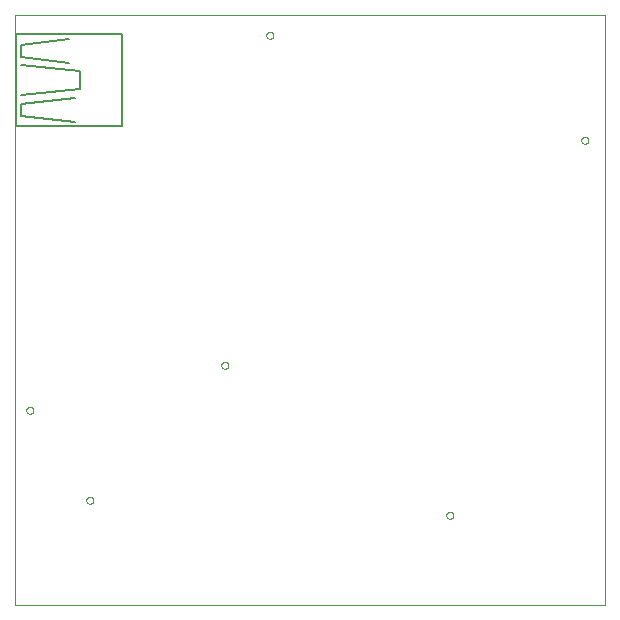
<source format=gbo>
G75*
%MOIN*%
%OFA0B0*%
%FSLAX25Y25*%
%IPPOS*%
%LPD*%
%AMOC8*
5,1,8,0,0,1.08239X$1,22.5*
%
%ADD10C,0.00000*%
%ADD11C,0.00500*%
D10*
X0009867Y0011800D02*
X0009867Y0208650D01*
X0206717Y0208650D01*
X0206717Y0011800D01*
X0009867Y0011800D01*
X0033686Y0046800D02*
X0033688Y0046869D01*
X0033694Y0046937D01*
X0033704Y0047005D01*
X0033718Y0047072D01*
X0033736Y0047139D01*
X0033757Y0047204D01*
X0033783Y0047268D01*
X0033812Y0047330D01*
X0033844Y0047390D01*
X0033880Y0047449D01*
X0033920Y0047505D01*
X0033962Y0047559D01*
X0034008Y0047610D01*
X0034057Y0047659D01*
X0034108Y0047705D01*
X0034162Y0047747D01*
X0034218Y0047787D01*
X0034276Y0047823D01*
X0034337Y0047855D01*
X0034399Y0047884D01*
X0034463Y0047910D01*
X0034528Y0047931D01*
X0034595Y0047949D01*
X0034662Y0047963D01*
X0034730Y0047973D01*
X0034798Y0047979D01*
X0034867Y0047981D01*
X0034936Y0047979D01*
X0035004Y0047973D01*
X0035072Y0047963D01*
X0035139Y0047949D01*
X0035206Y0047931D01*
X0035271Y0047910D01*
X0035335Y0047884D01*
X0035397Y0047855D01*
X0035457Y0047823D01*
X0035516Y0047787D01*
X0035572Y0047747D01*
X0035626Y0047705D01*
X0035677Y0047659D01*
X0035726Y0047610D01*
X0035772Y0047559D01*
X0035814Y0047505D01*
X0035854Y0047449D01*
X0035890Y0047390D01*
X0035922Y0047330D01*
X0035951Y0047268D01*
X0035977Y0047204D01*
X0035998Y0047139D01*
X0036016Y0047072D01*
X0036030Y0047005D01*
X0036040Y0046937D01*
X0036046Y0046869D01*
X0036048Y0046800D01*
X0036046Y0046731D01*
X0036040Y0046663D01*
X0036030Y0046595D01*
X0036016Y0046528D01*
X0035998Y0046461D01*
X0035977Y0046396D01*
X0035951Y0046332D01*
X0035922Y0046270D01*
X0035890Y0046209D01*
X0035854Y0046151D01*
X0035814Y0046095D01*
X0035772Y0046041D01*
X0035726Y0045990D01*
X0035677Y0045941D01*
X0035626Y0045895D01*
X0035572Y0045853D01*
X0035516Y0045813D01*
X0035458Y0045777D01*
X0035397Y0045745D01*
X0035335Y0045716D01*
X0035271Y0045690D01*
X0035206Y0045669D01*
X0035139Y0045651D01*
X0035072Y0045637D01*
X0035004Y0045627D01*
X0034936Y0045621D01*
X0034867Y0045619D01*
X0034798Y0045621D01*
X0034730Y0045627D01*
X0034662Y0045637D01*
X0034595Y0045651D01*
X0034528Y0045669D01*
X0034463Y0045690D01*
X0034399Y0045716D01*
X0034337Y0045745D01*
X0034276Y0045777D01*
X0034218Y0045813D01*
X0034162Y0045853D01*
X0034108Y0045895D01*
X0034057Y0045941D01*
X0034008Y0045990D01*
X0033962Y0046041D01*
X0033920Y0046095D01*
X0033880Y0046151D01*
X0033844Y0046209D01*
X0033812Y0046270D01*
X0033783Y0046332D01*
X0033757Y0046396D01*
X0033736Y0046461D01*
X0033718Y0046528D01*
X0033704Y0046595D01*
X0033694Y0046663D01*
X0033688Y0046731D01*
X0033686Y0046800D01*
X0013686Y0076800D02*
X0013688Y0076869D01*
X0013694Y0076937D01*
X0013704Y0077005D01*
X0013718Y0077072D01*
X0013736Y0077139D01*
X0013757Y0077204D01*
X0013783Y0077268D01*
X0013812Y0077330D01*
X0013844Y0077390D01*
X0013880Y0077449D01*
X0013920Y0077505D01*
X0013962Y0077559D01*
X0014008Y0077610D01*
X0014057Y0077659D01*
X0014108Y0077705D01*
X0014162Y0077747D01*
X0014218Y0077787D01*
X0014276Y0077823D01*
X0014337Y0077855D01*
X0014399Y0077884D01*
X0014463Y0077910D01*
X0014528Y0077931D01*
X0014595Y0077949D01*
X0014662Y0077963D01*
X0014730Y0077973D01*
X0014798Y0077979D01*
X0014867Y0077981D01*
X0014936Y0077979D01*
X0015004Y0077973D01*
X0015072Y0077963D01*
X0015139Y0077949D01*
X0015206Y0077931D01*
X0015271Y0077910D01*
X0015335Y0077884D01*
X0015397Y0077855D01*
X0015457Y0077823D01*
X0015516Y0077787D01*
X0015572Y0077747D01*
X0015626Y0077705D01*
X0015677Y0077659D01*
X0015726Y0077610D01*
X0015772Y0077559D01*
X0015814Y0077505D01*
X0015854Y0077449D01*
X0015890Y0077390D01*
X0015922Y0077330D01*
X0015951Y0077268D01*
X0015977Y0077204D01*
X0015998Y0077139D01*
X0016016Y0077072D01*
X0016030Y0077005D01*
X0016040Y0076937D01*
X0016046Y0076869D01*
X0016048Y0076800D01*
X0016046Y0076731D01*
X0016040Y0076663D01*
X0016030Y0076595D01*
X0016016Y0076528D01*
X0015998Y0076461D01*
X0015977Y0076396D01*
X0015951Y0076332D01*
X0015922Y0076270D01*
X0015890Y0076209D01*
X0015854Y0076151D01*
X0015814Y0076095D01*
X0015772Y0076041D01*
X0015726Y0075990D01*
X0015677Y0075941D01*
X0015626Y0075895D01*
X0015572Y0075853D01*
X0015516Y0075813D01*
X0015458Y0075777D01*
X0015397Y0075745D01*
X0015335Y0075716D01*
X0015271Y0075690D01*
X0015206Y0075669D01*
X0015139Y0075651D01*
X0015072Y0075637D01*
X0015004Y0075627D01*
X0014936Y0075621D01*
X0014867Y0075619D01*
X0014798Y0075621D01*
X0014730Y0075627D01*
X0014662Y0075637D01*
X0014595Y0075651D01*
X0014528Y0075669D01*
X0014463Y0075690D01*
X0014399Y0075716D01*
X0014337Y0075745D01*
X0014276Y0075777D01*
X0014218Y0075813D01*
X0014162Y0075853D01*
X0014108Y0075895D01*
X0014057Y0075941D01*
X0014008Y0075990D01*
X0013962Y0076041D01*
X0013920Y0076095D01*
X0013880Y0076151D01*
X0013844Y0076209D01*
X0013812Y0076270D01*
X0013783Y0076332D01*
X0013757Y0076396D01*
X0013736Y0076461D01*
X0013718Y0076528D01*
X0013704Y0076595D01*
X0013694Y0076663D01*
X0013688Y0076731D01*
X0013686Y0076800D01*
X0078686Y0091800D02*
X0078688Y0091869D01*
X0078694Y0091937D01*
X0078704Y0092005D01*
X0078718Y0092072D01*
X0078736Y0092139D01*
X0078757Y0092204D01*
X0078783Y0092268D01*
X0078812Y0092330D01*
X0078844Y0092390D01*
X0078880Y0092449D01*
X0078920Y0092505D01*
X0078962Y0092559D01*
X0079008Y0092610D01*
X0079057Y0092659D01*
X0079108Y0092705D01*
X0079162Y0092747D01*
X0079218Y0092787D01*
X0079276Y0092823D01*
X0079337Y0092855D01*
X0079399Y0092884D01*
X0079463Y0092910D01*
X0079528Y0092931D01*
X0079595Y0092949D01*
X0079662Y0092963D01*
X0079730Y0092973D01*
X0079798Y0092979D01*
X0079867Y0092981D01*
X0079936Y0092979D01*
X0080004Y0092973D01*
X0080072Y0092963D01*
X0080139Y0092949D01*
X0080206Y0092931D01*
X0080271Y0092910D01*
X0080335Y0092884D01*
X0080397Y0092855D01*
X0080457Y0092823D01*
X0080516Y0092787D01*
X0080572Y0092747D01*
X0080626Y0092705D01*
X0080677Y0092659D01*
X0080726Y0092610D01*
X0080772Y0092559D01*
X0080814Y0092505D01*
X0080854Y0092449D01*
X0080890Y0092390D01*
X0080922Y0092330D01*
X0080951Y0092268D01*
X0080977Y0092204D01*
X0080998Y0092139D01*
X0081016Y0092072D01*
X0081030Y0092005D01*
X0081040Y0091937D01*
X0081046Y0091869D01*
X0081048Y0091800D01*
X0081046Y0091731D01*
X0081040Y0091663D01*
X0081030Y0091595D01*
X0081016Y0091528D01*
X0080998Y0091461D01*
X0080977Y0091396D01*
X0080951Y0091332D01*
X0080922Y0091270D01*
X0080890Y0091209D01*
X0080854Y0091151D01*
X0080814Y0091095D01*
X0080772Y0091041D01*
X0080726Y0090990D01*
X0080677Y0090941D01*
X0080626Y0090895D01*
X0080572Y0090853D01*
X0080516Y0090813D01*
X0080458Y0090777D01*
X0080397Y0090745D01*
X0080335Y0090716D01*
X0080271Y0090690D01*
X0080206Y0090669D01*
X0080139Y0090651D01*
X0080072Y0090637D01*
X0080004Y0090627D01*
X0079936Y0090621D01*
X0079867Y0090619D01*
X0079798Y0090621D01*
X0079730Y0090627D01*
X0079662Y0090637D01*
X0079595Y0090651D01*
X0079528Y0090669D01*
X0079463Y0090690D01*
X0079399Y0090716D01*
X0079337Y0090745D01*
X0079276Y0090777D01*
X0079218Y0090813D01*
X0079162Y0090853D01*
X0079108Y0090895D01*
X0079057Y0090941D01*
X0079008Y0090990D01*
X0078962Y0091041D01*
X0078920Y0091095D01*
X0078880Y0091151D01*
X0078844Y0091209D01*
X0078812Y0091270D01*
X0078783Y0091332D01*
X0078757Y0091396D01*
X0078736Y0091461D01*
X0078718Y0091528D01*
X0078704Y0091595D01*
X0078694Y0091663D01*
X0078688Y0091731D01*
X0078686Y0091800D01*
X0153686Y0041800D02*
X0153688Y0041869D01*
X0153694Y0041937D01*
X0153704Y0042005D01*
X0153718Y0042072D01*
X0153736Y0042139D01*
X0153757Y0042204D01*
X0153783Y0042268D01*
X0153812Y0042330D01*
X0153844Y0042390D01*
X0153880Y0042449D01*
X0153920Y0042505D01*
X0153962Y0042559D01*
X0154008Y0042610D01*
X0154057Y0042659D01*
X0154108Y0042705D01*
X0154162Y0042747D01*
X0154218Y0042787D01*
X0154276Y0042823D01*
X0154337Y0042855D01*
X0154399Y0042884D01*
X0154463Y0042910D01*
X0154528Y0042931D01*
X0154595Y0042949D01*
X0154662Y0042963D01*
X0154730Y0042973D01*
X0154798Y0042979D01*
X0154867Y0042981D01*
X0154936Y0042979D01*
X0155004Y0042973D01*
X0155072Y0042963D01*
X0155139Y0042949D01*
X0155206Y0042931D01*
X0155271Y0042910D01*
X0155335Y0042884D01*
X0155397Y0042855D01*
X0155457Y0042823D01*
X0155516Y0042787D01*
X0155572Y0042747D01*
X0155626Y0042705D01*
X0155677Y0042659D01*
X0155726Y0042610D01*
X0155772Y0042559D01*
X0155814Y0042505D01*
X0155854Y0042449D01*
X0155890Y0042390D01*
X0155922Y0042330D01*
X0155951Y0042268D01*
X0155977Y0042204D01*
X0155998Y0042139D01*
X0156016Y0042072D01*
X0156030Y0042005D01*
X0156040Y0041937D01*
X0156046Y0041869D01*
X0156048Y0041800D01*
X0156046Y0041731D01*
X0156040Y0041663D01*
X0156030Y0041595D01*
X0156016Y0041528D01*
X0155998Y0041461D01*
X0155977Y0041396D01*
X0155951Y0041332D01*
X0155922Y0041270D01*
X0155890Y0041209D01*
X0155854Y0041151D01*
X0155814Y0041095D01*
X0155772Y0041041D01*
X0155726Y0040990D01*
X0155677Y0040941D01*
X0155626Y0040895D01*
X0155572Y0040853D01*
X0155516Y0040813D01*
X0155458Y0040777D01*
X0155397Y0040745D01*
X0155335Y0040716D01*
X0155271Y0040690D01*
X0155206Y0040669D01*
X0155139Y0040651D01*
X0155072Y0040637D01*
X0155004Y0040627D01*
X0154936Y0040621D01*
X0154867Y0040619D01*
X0154798Y0040621D01*
X0154730Y0040627D01*
X0154662Y0040637D01*
X0154595Y0040651D01*
X0154528Y0040669D01*
X0154463Y0040690D01*
X0154399Y0040716D01*
X0154337Y0040745D01*
X0154276Y0040777D01*
X0154218Y0040813D01*
X0154162Y0040853D01*
X0154108Y0040895D01*
X0154057Y0040941D01*
X0154008Y0040990D01*
X0153962Y0041041D01*
X0153920Y0041095D01*
X0153880Y0041151D01*
X0153844Y0041209D01*
X0153812Y0041270D01*
X0153783Y0041332D01*
X0153757Y0041396D01*
X0153736Y0041461D01*
X0153718Y0041528D01*
X0153704Y0041595D01*
X0153694Y0041663D01*
X0153688Y0041731D01*
X0153686Y0041800D01*
X0198686Y0166800D02*
X0198688Y0166869D01*
X0198694Y0166937D01*
X0198704Y0167005D01*
X0198718Y0167072D01*
X0198736Y0167139D01*
X0198757Y0167204D01*
X0198783Y0167268D01*
X0198812Y0167330D01*
X0198844Y0167390D01*
X0198880Y0167449D01*
X0198920Y0167505D01*
X0198962Y0167559D01*
X0199008Y0167610D01*
X0199057Y0167659D01*
X0199108Y0167705D01*
X0199162Y0167747D01*
X0199218Y0167787D01*
X0199276Y0167823D01*
X0199337Y0167855D01*
X0199399Y0167884D01*
X0199463Y0167910D01*
X0199528Y0167931D01*
X0199595Y0167949D01*
X0199662Y0167963D01*
X0199730Y0167973D01*
X0199798Y0167979D01*
X0199867Y0167981D01*
X0199936Y0167979D01*
X0200004Y0167973D01*
X0200072Y0167963D01*
X0200139Y0167949D01*
X0200206Y0167931D01*
X0200271Y0167910D01*
X0200335Y0167884D01*
X0200397Y0167855D01*
X0200457Y0167823D01*
X0200516Y0167787D01*
X0200572Y0167747D01*
X0200626Y0167705D01*
X0200677Y0167659D01*
X0200726Y0167610D01*
X0200772Y0167559D01*
X0200814Y0167505D01*
X0200854Y0167449D01*
X0200890Y0167390D01*
X0200922Y0167330D01*
X0200951Y0167268D01*
X0200977Y0167204D01*
X0200998Y0167139D01*
X0201016Y0167072D01*
X0201030Y0167005D01*
X0201040Y0166937D01*
X0201046Y0166869D01*
X0201048Y0166800D01*
X0201046Y0166731D01*
X0201040Y0166663D01*
X0201030Y0166595D01*
X0201016Y0166528D01*
X0200998Y0166461D01*
X0200977Y0166396D01*
X0200951Y0166332D01*
X0200922Y0166270D01*
X0200890Y0166209D01*
X0200854Y0166151D01*
X0200814Y0166095D01*
X0200772Y0166041D01*
X0200726Y0165990D01*
X0200677Y0165941D01*
X0200626Y0165895D01*
X0200572Y0165853D01*
X0200516Y0165813D01*
X0200458Y0165777D01*
X0200397Y0165745D01*
X0200335Y0165716D01*
X0200271Y0165690D01*
X0200206Y0165669D01*
X0200139Y0165651D01*
X0200072Y0165637D01*
X0200004Y0165627D01*
X0199936Y0165621D01*
X0199867Y0165619D01*
X0199798Y0165621D01*
X0199730Y0165627D01*
X0199662Y0165637D01*
X0199595Y0165651D01*
X0199528Y0165669D01*
X0199463Y0165690D01*
X0199399Y0165716D01*
X0199337Y0165745D01*
X0199276Y0165777D01*
X0199218Y0165813D01*
X0199162Y0165853D01*
X0199108Y0165895D01*
X0199057Y0165941D01*
X0199008Y0165990D01*
X0198962Y0166041D01*
X0198920Y0166095D01*
X0198880Y0166151D01*
X0198844Y0166209D01*
X0198812Y0166270D01*
X0198783Y0166332D01*
X0198757Y0166396D01*
X0198736Y0166461D01*
X0198718Y0166528D01*
X0198704Y0166595D01*
X0198694Y0166663D01*
X0198688Y0166731D01*
X0198686Y0166800D01*
X0093686Y0201800D02*
X0093688Y0201869D01*
X0093694Y0201937D01*
X0093704Y0202005D01*
X0093718Y0202072D01*
X0093736Y0202139D01*
X0093757Y0202204D01*
X0093783Y0202268D01*
X0093812Y0202330D01*
X0093844Y0202390D01*
X0093880Y0202449D01*
X0093920Y0202505D01*
X0093962Y0202559D01*
X0094008Y0202610D01*
X0094057Y0202659D01*
X0094108Y0202705D01*
X0094162Y0202747D01*
X0094218Y0202787D01*
X0094276Y0202823D01*
X0094337Y0202855D01*
X0094399Y0202884D01*
X0094463Y0202910D01*
X0094528Y0202931D01*
X0094595Y0202949D01*
X0094662Y0202963D01*
X0094730Y0202973D01*
X0094798Y0202979D01*
X0094867Y0202981D01*
X0094936Y0202979D01*
X0095004Y0202973D01*
X0095072Y0202963D01*
X0095139Y0202949D01*
X0095206Y0202931D01*
X0095271Y0202910D01*
X0095335Y0202884D01*
X0095397Y0202855D01*
X0095457Y0202823D01*
X0095516Y0202787D01*
X0095572Y0202747D01*
X0095626Y0202705D01*
X0095677Y0202659D01*
X0095726Y0202610D01*
X0095772Y0202559D01*
X0095814Y0202505D01*
X0095854Y0202449D01*
X0095890Y0202390D01*
X0095922Y0202330D01*
X0095951Y0202268D01*
X0095977Y0202204D01*
X0095998Y0202139D01*
X0096016Y0202072D01*
X0096030Y0202005D01*
X0096040Y0201937D01*
X0096046Y0201869D01*
X0096048Y0201800D01*
X0096046Y0201731D01*
X0096040Y0201663D01*
X0096030Y0201595D01*
X0096016Y0201528D01*
X0095998Y0201461D01*
X0095977Y0201396D01*
X0095951Y0201332D01*
X0095922Y0201270D01*
X0095890Y0201209D01*
X0095854Y0201151D01*
X0095814Y0201095D01*
X0095772Y0201041D01*
X0095726Y0200990D01*
X0095677Y0200941D01*
X0095626Y0200895D01*
X0095572Y0200853D01*
X0095516Y0200813D01*
X0095458Y0200777D01*
X0095397Y0200745D01*
X0095335Y0200716D01*
X0095271Y0200690D01*
X0095206Y0200669D01*
X0095139Y0200651D01*
X0095072Y0200637D01*
X0095004Y0200627D01*
X0094936Y0200621D01*
X0094867Y0200619D01*
X0094798Y0200621D01*
X0094730Y0200627D01*
X0094662Y0200637D01*
X0094595Y0200651D01*
X0094528Y0200669D01*
X0094463Y0200690D01*
X0094399Y0200716D01*
X0094337Y0200745D01*
X0094276Y0200777D01*
X0094218Y0200813D01*
X0094162Y0200853D01*
X0094108Y0200895D01*
X0094057Y0200941D01*
X0094008Y0200990D01*
X0093962Y0201041D01*
X0093920Y0201095D01*
X0093880Y0201151D01*
X0093844Y0201209D01*
X0093812Y0201270D01*
X0093783Y0201332D01*
X0093757Y0201396D01*
X0093736Y0201461D01*
X0093718Y0201528D01*
X0093704Y0201595D01*
X0093694Y0201663D01*
X0093688Y0201731D01*
X0093686Y0201800D01*
D11*
X0045536Y0202154D02*
X0045536Y0171446D01*
X0010103Y0171446D01*
X0010103Y0202154D01*
X0045536Y0202154D01*
X0031756Y0189753D02*
X0031756Y0183847D01*
X0012071Y0181879D01*
X0012071Y0178926D02*
X0029788Y0180894D01*
X0029788Y0173020D02*
X0012071Y0174989D01*
X0012071Y0178926D01*
X0012071Y0191721D02*
X0031756Y0189753D01*
X0027819Y0192706D02*
X0012071Y0194674D01*
X0012071Y0198611D01*
X0027819Y0200580D01*
M02*

</source>
